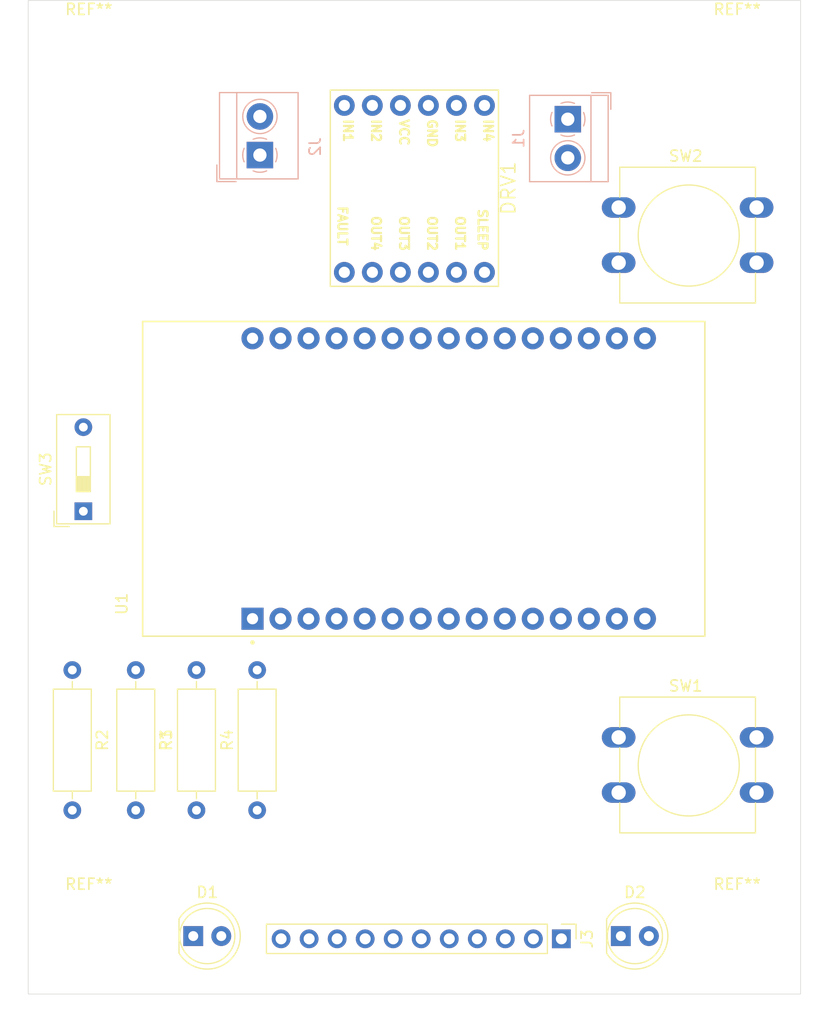
<source format=kicad_pcb>
(kicad_pcb (version 20241229) (generator "pcbnew") (generator_version "9.0")
  (title_block (title "Footprint Line Follower") (date "2025-10-04") (rev "REV - 1") (company "Grupo de Robótica Competitiva") (comment 1 "Designer: Kauê Lucas Nascimento da Silva"))
  (layers (0 "F.Cu" signal) (2 "B.Cu" signal) (13 "F.Paste" user) (15 "B.Paste" user) (5 "F.SilkS" user "F.Silkscreen") (7 "B.SilkS" user "B.Silkscreen") (1 "F.Mask" user) (3 "B.Mask" user) (25 "Edge.Cuts" user))
  (net 0 "")
  (net 1 "LED1")
  (net 2 "Net-(D1-K)")
  (net 3 "LED2")
  (net 4 "Net-(D2-K)")
  (net 5 "IN4")
  (net 6 "-BATT")
  (net 8 "3v3")
  (net 9 "OUT4")
  (net 10 "OUT1")
  (net 12 "OUT3")
  (net 13 "OUT2")
  (net 14 "IN3")
  (net 15 "IN1")
  (net 16 "IN2")
  (net 17 "D2")
  (net 18 "D7")
  (net 19 "IR")
  (net 20 "D5")
  (net 21 "D4")
  (net 22 "D8")
  (net 23 "D6")
  (net 24 "D1")
  (net 25 "D3")
  (net 26 "PUSH2")
  (net 27 "PUSH1")
  (net 28 "+BATT")
  (net 29 "7.4V")
  (footprint "LED_THT:LED_D5.0mm" (layer "F.Cu") (at 180.21 127.75)
    (property "Reference" "D2" (at 1.27 -3.96 0) (layer "F.SilkS"))
    (property "Value" "LED")
    (fp_line (start -1.29 -1.545) (end -1.29 1.545) (stroke (width 0.12)) (layer "F.SilkS"))
    (fp_arc (start -1.29 -1.54483) (mid 2.072002 -2.880433) (end 4.26 0.000462) (stroke (width 0.12)) (layer "F.SilkS"))
    (fp_arc (start 4.26 -0.000462) (mid 2.072002 2.880433) (end -1.29 1.54483) (stroke (width 0.12)) (layer "F.SilkS"))
    (fp_circle (center 1.27 0) (end 3.77 0) (stroke (width 0.12)) (fill no) (layer "F.SilkS"))
    (pad "1" thru_hole rect (at 0 0) (size 1.8 1.8) (drill 0.9) (layers "*.Cu" "*.Mask") (net 4 "Net-(D2-K)"))
    (pad "2" thru_hole circle (at 2.54 0) (size 1.8 1.8) (drill 0.9) (layers "*.Cu" "*.Mask") (net 3 "LED2"))
  )
  (footprint "Button_Switch_THT:SW_PUSH-12mm" (layer "F.Cu") (at 180.01 109.75)
    (property "Reference" "SW1" (at 6.08 -4.66 0) (layer "F.SilkS"))
    (property "Value" "SW_Push")
    (fp_line (start 0.1 -3.65) (end 12.4 -3.65) (stroke (width 0.12)) (layer "F.SilkS"))
    (fp_line (start 0.1 -0.93) (end 0.1 -3.65) (stroke (width 0.12)) (layer "F.SilkS"))
    (fp_line (start 0.1 4.07) (end 0.1 0.93) (stroke (width 0.12)) (layer "F.SilkS"))
    (fp_line (start 0.1 8.65) (end 0.1 5.93) (stroke (width 0.12)) (layer "F.SilkS"))
    (fp_line (start 12.4 -3.65) (end 12.4 -0.93) (stroke (width 0.12)) (layer "F.SilkS"))
    (fp_line (start 12.4 0.93) (end 12.4 4.07) (stroke (width 0.12)) (layer "F.SilkS"))
    (fp_line (start 12.4 5.93) (end 12.4 8.65) (stroke (width 0.12)) (layer "F.SilkS"))
    (fp_line (start 12.4 8.65) (end 0.1 8.65) (stroke (width 0.12)) (layer "F.SilkS"))
    (fp_circle (center 6.35 2.54) (end 10.16 5.08) (stroke (width 0.12)) (fill no) (layer "F.SilkS"))
    (pad "1" thru_hole oval (at 0 0) (size 3.048 1.85) (drill 1.3) (layers "*.Cu" "*.Mask") (net 27 "PUSH1"))
    (pad "1" thru_hole oval (at 12.5 0) (size 3.048 1.85) (drill 1.3) (layers "*.Cu" "*.Mask") (net 27 "PUSH1"))
    (pad "2" thru_hole oval (at 0 5) (size 3.048 1.85) (drill 1.3) (layers "*.Cu" "*.Mask") (net 8 "3v3"))
    (pad "2" thru_hole oval (at 12.5 5) (size 3.048 1.85) (drill 1.3) (layers "*.Cu" "*.Mask") (net 8 "3v3"))
  )
  (footprint "DRV8833-module:DRV8833 MOTOR DRIVER" (layer "F.Cu") (at 155.15 52.507 -90)
    (property "Reference" "DRV1" (at 7.493 -14.8685 90) (layer "F.SilkS") (effects (font (size 1.27 1.27))))
    (property "Value" "drv8833")
    (fp_line (start -1.397 1.27) (end -1.397 -13.97) (stroke (width 0.127)) (layer "F.SilkS"))
    (fp_line (start 16.383 1.27) (end -1.397 1.27) (stroke (width 0.127)) (layer "F.SilkS"))
    (fp_line (start -1.397 -13.97) (end 16.383 -13.97) (stroke (width 0.127)) (layer "F.SilkS"))
    (fp_line (start 16.383 -13.97) (end 16.383 1.27) (stroke (width 0.127)) (layer "F.SilkS"))
    (fp_text user "FAULT" (at 9.017 -0.3048 270) (layer "F.SilkS") (effects (font (size 0.8128 0.8128) (thickness 0.2032)) (justify left top)))
    (fp_text user "SLEEP" (at 9.271 -13.0048 270) (layer "F.SilkS") (effects (font (size 0.8128 0.8128) (thickness 0.2032)) (justify left top)))
    (fp_text user "IN2" (at 1.143 -3.3528 270) (layer "F.SilkS") (effects (font (size 0.8128 0.8128) (thickness 0.2032)) (justify left top)))
    (fp_text user "OUT3" (at 9.906 -5.8928 270) (layer "F.SilkS") (effects (font (size 0.8128 0.8128) (thickness 0.2032)) (justify left top)))
    (fp_text user "VCC" (at 1.143 -5.8928 270) (layer "F.SilkS") (effects (font (size 0.8128 0.8128) (thickness 0.2032)) (justify left top)))
    (fp_text user "OUT2" (at 9.906 -8.4328 270) (layer "F.SilkS") (effects (font (size 0.8128 0.8128) (thickness 0.2032)) (justify left top)))
    (fp_text user "IN1" (at 1.143 -0.8128 270) (layer "F.SilkS") (effects (font (size 0.8128 0.8128) (thickness 0.2032)) (justify left top)))
    (fp_text user "OUT4" (at 9.906 -3.3528 270) (layer "F.SilkS") (effects (font (size 0.8128 0.8128) (thickness 0.2032)) (justify left top)))
    (fp_text user "OUT1" (at 9.906 -10.9728 270) (layer "F.SilkS") (effects (font (size 0.8128 0.8128) (thickness 0.2032)) (justify left top)))
    (fp_text user "GND" (at 1.143 -8.4328 270) (layer "F.SilkS") (effects (font (size 0.8128 0.8128) (thickness 0.2032)) (justify left top)))
    (fp_text user "IN4" (at 1.143 -13.5128 270) (layer "F.SilkS") (effects (font (size 0.8128 0.8128) (thickness 0.2032)) (justify left top)))
    (fp_text user "IN3" (at 1.143 -10.9728 270) (layer "F.SilkS") (effects (font (size 0.8128 0.8128) (thickness 0.2032)) (justify left top)))
    (pad "1" thru_hole oval (at 0 -12.7 270) (size 1.8796 1.8796) (drill 1.016) (layers "*.Cu" "*.Mask"))
    (pad "2" thru_hole oval (at 0 -10.16 270) (size 1.8796 1.8796) (drill 1.016) (layers "*.Cu" "*.Mask") (net 10 "OUT1"))
    (pad "3" thru_hole oval (at 0 -7.62 270) (size 1.8796 1.8796) (drill 1.016) (layers "*.Cu" "*.Mask") (net 13 "OUT2"))
    (pad "4" thru_hole oval (at 0 -5.08 270) (size 1.8796 1.8796) (drill 1.016) (layers "*.Cu" "*.Mask") (net 12 "OUT3"))
    (pad "5" thru_hole oval (at 0 -2.54 270) (size 1.8796 1.8796) (drill 1.016) (layers "*.Cu" "*.Mask") (net 9 "OUT4"))
    (pad "6" thru_hole oval (at 0 0 270) (size 1.8796 1.8796) (drill 1.016) (layers "*.Cu" "*.Mask"))
    (pad "7" thru_hole oval (at 15.113 0 270) (size 1.8796 1.8796) (drill 1.016) (layers "*.Cu" "*.Mask") (net 5 "IN4"))
    (pad "8" thru_hole oval (at 15.113 -2.54 270) (size 1.8796 1.8796) (drill 1.016) (layers "*.Cu" "*.Mask") (net 14 "IN3"))
    (pad "9" thru_hole oval (at 15.113 -5.08 270) (size 1.8796 1.8796) (drill 1.016) (layers "*.Cu" "*.Mask") (net 6 "-BATT"))
    (pad "10" thru_hole oval (at 15.113 -7.62 270) (size 1.8796 1.8796) (drill 1.016) (layers "*.Cu" "*.Mask") (net 8 "3v3"))
    (pad "11" thru_hole oval (at 15.113 -10.16 270) (size 1.8796 1.8796) (drill 1.016) (layers "*.Cu" "*.Mask") (net 16 "IN2"))
    (pad "12" thru_hole oval (at 15.113 -12.7 270) (size 1.8796 1.8796) (drill 1.016) (layers "*.Cu" "*.Mask") (net 15 "IN1"))
  )
  (footprint "Resistor_THT:R_Axial_DIN0309_L9.0mm_D3.2mm_P12.70mm_Horizontal" (layer "F.Cu") (at 136.25 103.65 -90)
    (property "Reference" "R1" (at 6.35 -2.72 90) (layer "F.SilkS"))
    (property "Value" "R")
    (fp_line (start 1.73 1.72) (end 10.97 1.72) (stroke (width 0.12)) (layer "F.SilkS"))
    (fp_line (start 10.97 1.72) (end 10.97 -1.72) (stroke (width 0.12)) (layer "F.SilkS"))
    (fp_line (start 1.04 0) (end 1.73 0) (stroke (width 0.12)) (layer "F.SilkS"))
    (fp_line (start 11.66 0) (end 10.97 0) (stroke (width 0.12)) (layer "F.SilkS"))
    (fp_line (start 1.73 -1.72) (end 1.73 1.72) (stroke (width 0.12)) (layer "F.SilkS"))
    (fp_line (start 10.97 -1.72) (end 1.73 -1.72) (stroke (width 0.12)) (layer "F.SilkS"))
    (pad "1" thru_hole circle (at 0 0 270) (size 1.6 1.6) (drill 0.8) (layers "*.Cu" "*.Mask") (net 6 "-BATT"))
    (pad "2" thru_hole oval (at 12.7 0 270) (size 1.6 1.6) (drill 0.8) (layers "*.Cu" "*.Mask") (net 2 "Net-(D1-K)"))
  )
  (footprint "MountingHole:MountingHole_3.7mm" (layer "F.Cu") (at 132 48.5)
    (property "Reference" "REF**" (at 0 -4.7 0) (layer "F.SilkS"))
    (property "Value" "MountingHole_3.7mm")
    (pad "" np_thru_hole circle (at 0 0) (size 3.7 3.7) (drill 3.7) (layers "*.Cu" "*.Mask"))
  )
  (footprint "MountingHole:MountingHole_3.7mm" (layer "F.Cu") (at 190.75 48.5)
    (property "Reference" "REF**" (at 0 -4.7 0) (layer "F.SilkS"))
    (property "Value" "MountingHole_3.7mm")
    (pad "" np_thru_hole circle (at 0 0) (size 3.7 3.7) (drill 3.7) (layers "*.Cu" "*.Mask"))
  )
  (footprint "Button_Switch_THT:SW_DIP_SPSTx01_Slide_9.78x4.72mm_W7.62mm_P2.54mm" (layer "F.Cu") (at 131.5 89.2675 90)
    (property "Reference" "SW3" (at 3.81 -3.42 90) (layer "F.SilkS"))
    (property "Value" "SW_DPST_x2")
    (fp_line (start -1.38 -2.66) (end 0.004 -2.66) (stroke (width 0.12)) (layer "F.SilkS"))
    (fp_line (start -1.38 -2.66) (end -1.38 -1.277) (stroke (width 0.12)) (layer "F.SilkS"))
    (fp_line (start 8.76 -2.42) (end 8.76 2.42) (stroke (width 0.12)) (layer "F.SilkS"))
    (fp_line (start -1.14 -2.42) (end 8.76 -2.42) (stroke (width 0.12)) (layer "F.SilkS"))
    (fp_line (start -1.14 -2.42) (end -1.14 2.42) (stroke (width 0.12)) (layer "F.SilkS"))
    (fp_line (start 5.84 -0.635) (end 1.78 -0.635) (stroke (width 0.12)) (layer "F.SilkS"))
    (fp_line (start 3.133333 -0.635) (end 3.133333 0.635) (stroke (width 0.12)) (layer "F.SilkS"))
    (fp_line (start 1.78 -0.635) (end 1.78 0.635) (stroke (width 0.12)) (layer "F.SilkS"))
    (fp_line (start 1.78 -0.515) (end 3.133333 -0.515) (stroke (width 0.12)) (layer "F.SilkS"))
    (fp_line (start 1.78 -0.395) (end 3.133333 -0.395) (stroke (width 0.12)) (layer "F.SilkS"))
    (fp_line (start 1.78 -0.275) (end 3.133333 -0.275) (stroke (width 0.12)) (layer "F.SilkS"))
    (fp_line (start 1.78 -0.155) (end 3.133333 -0.155) (stroke (width 0.12)) (layer "F.SilkS"))
    (fp_line (start 1.78 -0.035) (end 3.133333 -0.035) (stroke (width 0.12)) (layer "F.SilkS"))
    (fp_line (start 1.78 0.085) (end 3.133333 0.085) (stroke (width 0.12)) (layer "F.SilkS"))
    (fp_line (start 1.78 0.205) (end 3.133333 0.205) (stroke (width 0.12)) (layer "F.SilkS"))
    (fp_line (start 1.78 0.325) (end 3.133333 0.325) (stroke (width 0.12)) (layer "F.SilkS"))
    (fp_line (start 1.78 0.445) (end 3.133333 0.445) (stroke (width 0.12)) (layer "F.SilkS"))
    (fp_line (start 1.78 0.565) (end 3.133333 0.565) (stroke (width 0.12)) (layer "F.SilkS"))
    (fp_line (start 5.84 0.635) (end 5.84 -0.635) (stroke (width 0.12)) (layer "F.SilkS"))
    (fp_line (start 1.78 0.635) (end 5.84 0.635) (stroke (width 0.12)) (layer "F.SilkS"))
    (fp_line (start -1.14 2.42) (end 8.76 2.42) (stroke (width 0.12)) (layer "F.SilkS"))
    (pad "1" thru_hole rect (at 0 0 90) (size 1.6 1.6) (drill 0.8) (layers "*.Cu" "*.Mask") (net 28 "+BATT"))
    (pad "2" thru_hole oval (at 7.62 0 90) (size 1.6 1.6) (drill 0.8) (layers "*.Cu" "*.Mask") (net 29 "7.4V"))
  )
  (footprint "Espressif:MODULE_ESP32_DEVKIT_V1" (layer "F.Cu") (at 162.345 86.3 90)
    (property "Reference" "U1" (at -11.355 -27.36 90) (layer "F.SilkS"))
    (property "Value" "ESP32-DEVKIT-V1")
    (fp_line (start 14.23 -25.475) (end 14.23 25.475) (stroke (width 0.127)) (layer "F.SilkS"))
    (fp_line (start 14.23 -25.475) (end 14.23 25.475) (stroke (width 0.127)) (layer "F.SilkS"))
    (fp_line (start 3.5 -25.475) (end 14.23 -25.475) (stroke (width 0.127)) (layer "F.SilkS"))
    (fp_line (start -3.211 -25.475) (end 3.5 -25.475) (stroke (width 0.127)) (layer "F.SilkS"))
    (fp_line (start -14.28 -25.475) (end 14.23 -25.475) (stroke (width 0.127)) (layer "F.SilkS"))
    (fp_line (start -14.28 -25.475) (end -3.211 -25.475) (stroke (width 0.127)) (layer "F.SilkS"))
    (fp_line (start 14.23 25.475) (end -14.28 25.475) (stroke (width 0.127)) (layer "F.SilkS"))
    (fp_line (start 8.78 25.475) (end 14.23 25.475) (stroke (width 0.127)) (layer "F.SilkS"))
    (fp_line (start -8.91 25.475) (end 8.78 25.475) (stroke (width 0.127)) (layer "F.SilkS"))
    (fp_line (start -14.28 25.475) (end -14.28 -25.475) (stroke (width 0.127)) (layer "F.SilkS"))
    (fp_line (start -14.28 25.475) (end -14.28 -25.475) (stroke (width 0.127)) (layer "F.SilkS"))
    (fp_line (start -14.28 25.475) (end -8.91 25.475) (stroke (width 0.127)) (layer "F.SilkS"))
    (fp_circle (center -14.85 -15.515) (end -14.75 -15.515) (stroke (width 0.2)) (fill no) (layer "F.SilkS"))
    (pad "" np_thru_hole circle (at -12.28 -23.475 90) (size 3 3) (drill 3) (layers "*.Cu" "*.Mask"))
    (pad "" np_thru_hole circle (at -12.28 23.475 90) (size 3 3) (drill 3) (layers "*.Cu" "*.Mask"))
    (pad "" np_thru_hole circle (at 12.23 -23.475 90) (size 3 3) (drill 3) (layers "*.Cu" "*.Mask"))
    (pad "" np_thru_hole circle (at 12.23 23.475 90) (size 3 3) (drill 3) (layers "*.Cu" "*.Mask"))
    (pad "1" thru_hole rect (at -12.7 -15.515 90) (size 2 2) (drill 1.02) (layers "*.Cu" "*.Mask") (net 8 "3v3"))
    (pad "2" thru_hole circle (at -12.7 -12.975 90) (size 2 2) (drill 1.02) (layers "*.Cu" "*.Mask") (net 6 "-BATT"))
    (pad "3" thru_hole circle (at -12.7 -10.435 90) (size 2 2) (drill 1.02) (layers "*.Cu" "*.Mask") (net 19 "IR"))
    (pad "4" thru_hole circle (at -12.7 -7.895 90) (size 2 2) (drill 1.02) (layers "*.Cu" "*.Mask") (net 24 "D1"))
    (pad "5" thru_hole circle (at -12.7 -5.355 90) (size 2 2) (drill 1.02) (layers "*.Cu" "*.Mask") (net 17 "D2"))
    (pad "6" thru_hole circle (at -12.7 -2.815 90) (size 2 2) (drill 1.02) (layers "*.Cu" "*.Mask") (net 23 "D6"))
    (pad "7" thru_hole circle (at -12.7 -0.275 90) (size 2 2) (drill 1.02) (layers "*.Cu" "*.Mask") (net 18 "D7"))
    (pad "8" thru_hole circle (at -12.7 2.265 90) (size 2 2) (drill 1.02) (layers "*.Cu" "*.Mask") (net 25 "D3"))
    (pad "9" thru_hole circle (at -12.7 4.805 90) (size 2 2) (drill 1.02) (layers "*.Cu" "*.Mask") (net 21 "D4"))
    (pad "10" thru_hole circle (at -12.7 7.345 90) (size 2 2) (drill 1.02) (layers "*.Cu" "*.Mask") (net 20 "D5"))
    (pad "11" thru_hole circle (at -12.7 9.885 90) (size 2 2) (drill 1.02) (layers "*.Cu" "*.Mask"))
    (pad "12" thru_hole circle (at -12.7 12.425 90) (size 2 2) (drill 1.02) (layers "*.Cu" "*.Mask"))
    (pad "13" thru_hole circle (at -12.7 14.965 90) (size 2 2) (drill 1.02) (layers "*.Cu" "*.Mask"))
    (pad "14" thru_hole circle (at -12.7 17.505 90) (size 2 2) (drill 1.02) (layers "*.Cu" "*.Mask"))
    (pad "15" thru_hole circle (at -12.7 20.045 90) (size 2 2) (drill 1.02) (layers "*.Cu" "*.Mask") (net 22 "D8"))
    (pad "16" thru_hole circle (at 12.7 20.045 90) (size 2 2) (drill 1.02) (layers "*.Cu" "*.Mask"))
    (pad "17" thru_hole circle (at 12.7 17.505 90) (size 2 2) (drill 1.02) (layers "*.Cu" "*.Mask"))
    (pad "18" thru_hole circle (at 12.7 14.965 90) (size 2 2) (drill 1.02) (layers "*.Cu" "*.Mask"))
    (pad "19" thru_hole circle (at 12.7 12.425 90) (size 2 2) (drill 1.02) (layers "*.Cu" "*.Mask"))
    (pad "20" thru_hole circle (at 12.7 9.885 90) (size 2 2) (drill 1.02) (layers "*.Cu" "*.Mask"))
    (pad "21" thru_hole circle (at 12.7 7.345 90) (size 2 2) (drill 1.02) (layers "*.Cu" "*.Mask") (net 15 "IN1"))
    (pad "22" thru_hole circle (at 12.7 4.805 90) (size 2 2) (drill 1.02) (layers "*.Cu" "*.Mask") (net 16 "IN2"))
    (pad "23" thru_hole circle (at 12.7 2.265 90) (size 2 2) (drill 1.02) (layers "*.Cu" "*.Mask") (net 14 "IN3"))
    (pad "24" thru_hole circle (at 12.7 -0.275 90) (size 2 2) (drill 1.02) (layers "*.Cu" "*.Mask") (net 27 "PUSH1"))
    (pad "25" thru_hole circle (at 12.7 -2.815 90) (size 2 2) (drill 1.02) (layers "*.Cu" "*.Mask") (net 26 "PUSH2"))
    (pad "26" thru_hole circle (at 12.7 -5.355 90) (size 2 2) (drill 1.02) (layers "*.Cu" "*.Mask") (net 5 "IN4"))
    (pad "27" thru_hole circle (at 12.7 -7.895 90) (size 2 2) (drill 1.02) (layers "*.Cu" "*.Mask") (net 1 "LED1"))
    (pad "28" thru_hole circle (at 12.7 -10.435 90) (size 2 2) (drill 1.02) (layers "*.Cu" "*.Mask") (net 3 "LED2"))
    (pad "29" thru_hole circle (at 12.7 -12.975 90) (size 2 2) (drill 1.02) (layers "*.Cu" "*.Mask") (net 6 "-BATT"))
    (pad "30" thru_hole circle (at 12.7 -15.515 90) (size 2 2) (drill 1.02) (layers "*.Cu" "*.Mask") (net 29 "7.4V"))
  )
  (footprint "Resistor_THT:R_Axial_DIN0309_L9.0mm_D3.2mm_P12.70mm_Horizontal" (layer "F.Cu") (at 147.25 116.35 90)
    (property "Reference" "R4" (at 6.35 -2.72 90) (layer "F.SilkS"))
    (property "Value" "R")
    (fp_line (start 10.97 -1.72) (end 1.73 -1.72) (stroke (width 0.12)) (layer "F.SilkS"))
    (fp_line (start 1.73 -1.72) (end 1.73 1.72) (stroke (width 0.12)) (layer "F.SilkS"))
    (fp_line (start 11.66 0) (end 10.97 0) (stroke (width 0.12)) (layer "F.SilkS"))
    (fp_line (start 1.04 0) (end 1.73 0) (stroke (width 0.12)) (layer "F.SilkS"))
    (fp_line (start 10.97 1.72) (end 10.97 -1.72) (stroke (width 0.12)) (layer "F.SilkS"))
    (fp_line (start 1.73 1.72) (end 10.97 1.72) (stroke (width 0.12)) (layer "F.SilkS"))
    (pad "1" thru_hole circle (at 0 0 90) (size 1.6 1.6) (drill 0.8) (layers "*.Cu" "*.Mask") (net 6 "-BATT"))
    (pad "2" thru_hole oval (at 12.7 0 90) (size 1.6 1.6) (drill 0.8) (layers "*.Cu" "*.Mask") (net 27 "PUSH1"))
  )
  (footprint "LED_THT:LED_D5.0mm" (layer "F.Cu") (at 141.46 127.75)
    (property "Reference" "D1" (at 1.27 -3.96 0) (layer "F.SilkS"))
    (property "Value" "LED")
    (fp_line (start -1.29 -1.545) (end -1.29 1.545) (stroke (width 0.12)) (layer "F.SilkS"))
    (fp_arc (start -1.29 -1.54483) (mid 2.072002 -2.880433) (end 4.26 0.000462) (stroke (width 0.12)) (layer "F.SilkS"))
    (fp_arc (start 4.26 -0.000462) (mid 2.072002 2.880433) (end -1.29 1.54483) (stroke (width 0.12)) (layer "F.SilkS"))
    (fp_circle (center 1.27 0) (end 3.77 0) (stroke (width 0.12)) (fill no) (layer "F.SilkS"))
    (pad "1" thru_hole rect (at 0 0) (size 1.8 1.8) (drill 0.9) (layers "*.Cu" "*.Mask") (net 2 "Net-(D1-K)"))
    (pad "2" thru_hole circle (at 2.54 0) (size 1.8 1.8) (drill 0.9) (layers "*.Cu" "*.Mask") (net 1 "LED1"))
  )
  (footprint "Button_Switch_THT:SW_PUSH-12mm" (layer "F.Cu") (at 180.01 61.75)
    (property "Reference" "SW2" (at 6.08 -4.66 0) (layer "F.SilkS"))
    (property "Value" "SW_Push")
    (fp_line (start 0.1 -3.65) (end 12.4 -3.65) (stroke (width 0.12)) (layer "F.SilkS"))
    (fp_line (start 0.1 -0.93) (end 0.1 -3.65) (stroke (width 0.12)) (layer "F.SilkS"))
    (fp_line (start 0.1 4.07) (end 0.1 0.93) (stroke (width 0.12)) (layer "F.SilkS"))
    (fp_line (start 0.1 8.65) (end 0.1 5.93) (stroke (width 0.12)) (layer "F.SilkS"))
    (fp_line (start 12.4 -3.65) (end 12.4 -0.93) (stroke (width 0.12)) (layer "F.SilkS"))
    (fp_line (start 12.4 0.93) (end 12.4 4.07) (stroke (width 0.12)) (layer "F.SilkS"))
    (fp_line (start 12.4 5.93) (end 12.4 8.65) (stroke (width 0.12)) (layer "F.SilkS"))
    (fp_line (start 12.4 8.65) (end 0.1 8.65) (stroke (width 0.12)) (layer "F.SilkS"))
    (fp_circle (center 6.35 2.54) (end 10.16 5.08) (stroke (width 0.12)) (fill no) (layer "F.SilkS"))
    (pad "1" thru_hole oval (at 0 0) (size 3.048 1.85) (drill 1.3) (layers "*.Cu" "*.Mask") (net 26 "PUSH2"))
    (pad "1" thru_hole oval (at 12.5 0) (size 3.048 1.85) (drill 1.3) (layers "*.Cu" "*.Mask") (net 26 "PUSH2"))
    (pad "2" thru_hole oval (at 0 5) (size 3.048 1.85) (drill 1.3) (layers "*.Cu" "*.Mask") (net 8 "3v3"))
    (pad "2" thru_hole oval (at 12.5 5) (size 3.048 1.85) (drill 1.3) (layers "*.Cu" "*.Mask") (net 8 "3v3"))
  )
  (footprint "Connector_PinHeader_2.54mm:PinHeader_1x11_P2.54mm_Vertical" (layer "F.Cu") (at 174.82 128 -90)
    (property "Reference" "J3" (at 0 -2.33 90) (layer "F.SilkS"))
    (property "Value" "Conn_01x11_Female")
    (fp_line (start -1.33 26.73) (end 1.33 26.73) (stroke (width 0.12)) (layer "F.SilkS"))
    (fp_line (start -1.33 1.27) (end -1.33 26.73) (stroke (width 0.12)) (layer "F.SilkS"))
    (fp_line (start -1.33 1.27) (end 1.33 1.27) (stroke (width 0.12)) (layer "F.SilkS"))
    (fp_line (start 1.33 1.27) (end 1.33 26.73) (stroke (width 0.12)) (layer "F.SilkS"))
    (fp_line (start -1.33 0) (end -1.33 -1.33) (stroke (width 0.12)) (layer "F.SilkS"))
    (fp_line (start -1.33 -1.33) (end 0 -1.33) (stroke (width 0.12)) (layer "F.SilkS"))
    (pad "1" thru_hole rect (at 0 0 270) (size 1.7 1.7) (drill 1) (layers "*.Cu" "*.Mask") (net 6 "-BATT"))
    (pad "2" thru_hole oval (at 0 2.54 270) (size 1.7 1.7) (drill 1) (layers "*.Cu" "*.Mask") (net 19 "IR"))
    (pad "3" thru_hole oval (at 0 5.08 270) (size 1.7 1.7) (drill 1) (layers "*.Cu" "*.Mask") (net 24 "D1"))
    (pad "4" thru_hole oval (at 0 7.62 270) (size 1.7 1.7) (drill 1) (layers "*.Cu" "*.Mask") (net 17 "D2"))
    (pad "5" thru_hole oval (at 0 10.16 270) (size 1.7 1.7) (drill 1) (layers "*.Cu" "*.Mask") (net 25 "D3"))
    (pad "6" thru_hole oval (at 0 12.7 270) (size 1.7 1.7) (drill 1) (layers "*.Cu" "*.Mask") (net 21 "D4"))
    (pad "7" thru_hole oval (at 0 15.24 270) (size 1.7 1.7) (drill 1) (layers "*.Cu" "*.Mask") (net 20 "D5"))
    (pad "8" thru_hole oval (at 0 17.78 270) (size 1.7 1.7) (drill 1) (layers "*.Cu" "*.Mask") (net 23 "D6"))
    (pad "9" thru_hole oval (at 0 20.32 270) (size 1.7 1.7) (drill 1) (layers "*.Cu" "*.Mask") (net 18 "D7"))
    (pad "10" thru_hole oval (at 0 22.86 270) (size 1.7 1.7) (drill 1) (layers "*.Cu" "*.Mask") (net 22 "D8"))
    (pad "11" thru_hole oval (at 0 25.4 270) (size 1.7 1.7) (drill 1) (layers "*.Cu" "*.Mask") (net 8 "3v3"))
  )
  (footprint "MountingHole:MountingHole_3.7mm" (layer "F.Cu") (at 190.75 127.75)
    (property "Reference" "REF**" (at 0 -4.7 0) (layer "F.SilkS"))
    (property "Value" "MountingHole_3.7mm")
    (pad "" np_thru_hole circle (at 0 0) (size 3.7 3.7) (drill 3.7) (layers "*.Cu" "*.Mask"))
  )
  (footprint "Resistor_THT:R_Axial_DIN0309_L9.0mm_D3.2mm_P12.70mm_Horizontal" (layer "F.Cu") (at 141.75 116.35 90)
    (property "Reference" "R3" (at 6.35 -2.72 90) (layer "F.SilkS"))
    (property "Value" "R")
    (fp_line (start 10.97 -1.72) (end 1.73 -1.72) (stroke (width 0.12)) (layer "F.SilkS"))
    (fp_line (start 1.73 -1.72) (end 1.73 1.72) (stroke (width 0.12)) (layer "F.SilkS"))
    (fp_line (start 11.66 0) (end 10.97 0) (stroke (width 0.12)) (layer "F.SilkS"))
    (fp_line (start 1.04 0) (end 1.73 0) (stroke (width 0.12)) (layer "F.SilkS"))
    (fp_line (start 10.97 1.72) (end 10.97 -1.72) (stroke (width 0.12)) (layer "F.SilkS"))
    (fp_line (start 1.73 1.72) (end 10.97 1.72) (stroke (width 0.12)) (layer "F.SilkS"))
    (pad "1" thru_hole circle (at 0 0 90) (size 1.6 1.6) (drill 0.8) (layers "*.Cu" "*.Mask") (net 6 "-BATT"))
    (pad "2" thru_hole oval (at 12.7 0 90) (size 1.6 1.6) (drill 0.8) (layers "*.Cu" "*.Mask") (net 26 "PUSH2"))
  )
  (footprint "Resistor_THT:R_Axial_DIN0309_L9.0mm_D3.2mm_P12.70mm_Horizontal" (layer "F.Cu") (at 130.5 103.65 -90)
    (property "Reference" "R2" (at 6.35 -2.72 90) (layer "F.SilkS"))
    (property "Value" "R")
    (fp_line (start 1.73 1.72) (end 10.97 1.72) (stroke (width 0.12)) (layer "F.SilkS"))
    (fp_line (start 10.97 1.72) (end 10.97 -1.72) (stroke (width 0.12)) (layer "F.SilkS"))
    (fp_line (start 1.04 0) (end 1.73 0) (stroke (width 0.12)) (layer "F.SilkS"))
    (fp_line (start 11.66 0) (end 10.97 0) (stroke (width 0.12)) (layer "F.SilkS"))
    (fp_line (start 1.73 -1.72) (end 1.73 1.72) (stroke (width 0.12)) (layer "F.SilkS"))
    (fp_line (start 10.97 -1.72) (end 1.73 -1.72) (stroke (width 0.12)) (layer "F.SilkS"))
    (pad "1" thru_hole circle (at 0 0 270) (size 1.6 1.6) (drill 0.8) (layers "*.Cu" "*.Mask") (net 6 "-BATT"))
    (pad "2" thru_hole oval (at 12.7 0 270) (size 1.6 1.6) (drill 0.8) (layers "*.Cu" "*.Mask") (net 4 "Net-(D2-K)"))
  )
  (footprint "MountingHole:MountingHole_3.7mm" (layer "F.Cu") (at 132 127.75)
    (property "Reference" "REF**" (at 0 -4.7 0) (layer "F.SilkS"))
    (property "Value" "MountingHole_3.7mm")
    (pad "" np_thru_hole circle (at 0 0) (size 3.7 3.7) (drill 3.7) (layers "*.Cu" "*.Mask"))
  )
  (footprint "TerminalBlock_4Ucon:TerminalBlock_4Ucon_1x02_P3.50mm_Horizontal" (layer "B.Cu") (at 175.4 53.75 -90)
    (property "Reference" "J1" (at 1.75 4.46 90) (layer "B.SilkS") (effects (justify mirror)))
    (property "Value" "Screw_Terminal_01x02")
    (fp_line (start -2.16 3.46) (end 5.66 3.46) (stroke (width 0.12)) (layer "B.SilkS"))
    (fp_line (start -2.16 3.46) (end -2.16 -3.66) (stroke (width 0.12)) (layer "B.SilkS"))
    (fp_line (start 5.66 3.46) (end 5.66 -3.66) (stroke (width 0.12)) (layer "B.SilkS"))
    (fp_line (start -2.16 -2.1) (end 5.66 -2.1) (stroke (width 0.12)) (layer "B.SilkS"))
    (fp_line (start -2.4 -2.16) (end -2.4 -3.9) (stroke (width 0.12)) (layer "B.SilkS"))
    (fp_line (start -2.16 -3.66) (end 5.66 -3.66) (stroke (width 0.12)) (layer "B.SilkS"))
    (fp_line (start -2.4 -3.9) (end -0.9 -3.9) (stroke (width 0.12)) (layer "B.SilkS"))
    (fp_arc (start 0.608 1.432) (mid 0.00014 1.555727) (end -0.607742 1.432109) (stroke (width 0.12)) (layer "B.SilkS"))
    (fp_arc (start -1.432 0.608) (mid -1.555727 0.00014) (end -1.432109 -0.607742) (stroke (width 0.12)) (layer "B.SilkS"))
    (fp_arc (start 1.432 -0.608) (mid 1.555727 -0.00014) (end 1.432109 0.607742) (stroke (width 0.12)) (layer "B.SilkS"))
    (fp_arc (start -0.608 -1.432) (mid -0.296984 -1.527118) (end 0.027011 -1.555493) (stroke (width 0.12)) (layer "B.SilkS"))
    (fp_arc (start 0 -1.555) (mid 0.310017 -1.523783) (end 0.607587 -1.431385) (stroke (width 0.12)) (layer "B.SilkS"))
    (fp_circle (center 3.5 0) (end 5.055 0) (stroke (width 0.12)) (fill no) (layer "B.SilkS"))
    (pad "1" thru_hole rect (at 0 0 270) (size 2.4 2.4) (drill 1.2) (layers "*.Cu" "*.Mask") (net 10 "OUT1"))
    (pad "2" thru_hole circle (at 3.5 0 270) (size 2.4 2.4) (drill 1.2) (layers "*.Cu" "*.Mask") (net 13 "OUT2"))
  )
  (footprint "TerminalBlock_4Ucon:TerminalBlock_4Ucon_1x02_P3.50mm_Horizontal" (layer "B.Cu") (at 147.5 57 90)
    (property "Reference" "J2" (at 0.75 5 90) (layer "B.SilkS") (effects (justify mirror)))
    (property "Value" "Screw_Terminal_01x02")
    (fp_line (start -2.4 -3.9) (end -0.9 -3.9) (stroke (width 0.12)) (layer "B.SilkS"))
    (fp_line (start -2.16 -3.66) (end 5.66 -3.66) (stroke (width 0.12)) (layer "B.SilkS"))
    (fp_line (start -2.4 -2.16) (end -2.4 -3.9) (stroke (width 0.12)) (layer "B.SilkS"))
    (fp_line (start -2.16 -2.1) (end 5.66 -2.1) (stroke (width 0.12)) (layer "B.SilkS"))
    (fp_line (start 5.66 3.46) (end 5.66 -3.66) (stroke (width 0.12)) (layer "B.SilkS"))
    (fp_line (start -2.16 3.46) (end -2.16 -3.66) (stroke (width 0.12)) (layer "B.SilkS"))
    (fp_line (start -2.16 3.46) (end 5.66 3.46) (stroke (width 0.12)) (layer "B.SilkS"))
    (fp_arc (start 0 -1.555) (mid 0.310017 -1.523783) (end 0.607587 -1.431385) (stroke (width 0.12)) (layer "B.SilkS"))
    (fp_arc (start -0.608 -1.432) (mid -0.296984 -1.527118) (end 0.027011 -1.555493) (stroke (width 0.12)) (layer "B.SilkS"))
    (fp_arc (start 1.432 -0.608) (mid 1.555727 -0.00014) (end 1.432109 0.607742) (stroke (width 0.12)) (layer "B.SilkS"))
    (fp_arc (start -1.432 0.608) (mid -1.555727 0.00014) (end -1.432109 -0.607742) (stroke (width 0.12)) (layer "B.SilkS"))
    (fp_arc (start 0.608 1.432) (mid 0.00014 1.555727) (end -0.607742 1.432109) (stroke (width 0.12)) (layer "B.SilkS"))
    (fp_circle (center 3.5 0) (end 5.055 0) (stroke (width 0.12)) (fill no) (layer "B.SilkS"))
    (pad "1" thru_hole rect (at 0 0 90) (size 2.4 2.4) (drill 1.2) (layers "*.Cu" "*.Mask") (net 12 "OUT3"))
    (pad "2" thru_hole circle (at 3.5 0 90) (size 2.4 2.4) (drill 1.2) (layers "*.Cu" "*.Mask") (net 9 "OUT4"))
  )
  (gr_rect (start 126.5 43) (end 196.5 133) (stroke (width 0.05)) (fill no) (layer "Edge.Cuts"))
)
</source>
